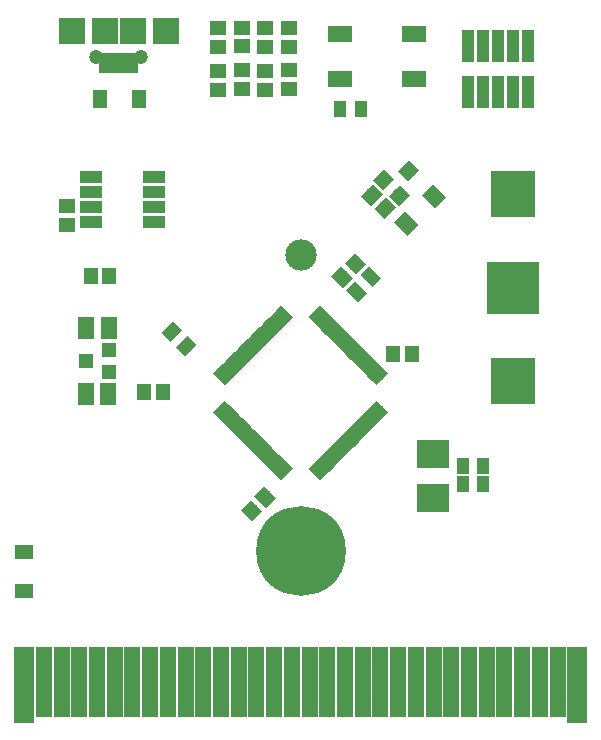
<source format=gts>
G04 #@! TF.GenerationSoftware,KiCad,Pcbnew,5.0.0-rc2-dev-unknown-62522ee~64~ubuntu17.10.1*
G04 #@! TF.CreationDate,2018-05-05T21:53:19+02:00*
G04 #@! TF.ProjectId,gbcart,6762636172742E6B696361645F706362,rev?*
G04 #@! TF.SameCoordinates,Original*
G04 #@! TF.FileFunction,Soldermask,Top*
G04 #@! TF.FilePolarity,Negative*
%FSLAX46Y46*%
G04 Gerber Fmt 4.6, Leading zero omitted, Abs format (unit mm)*
G04 Created by KiCad (PCBNEW 5.0.0-rc2-dev-unknown-62522ee~64~ubuntu17.10.1) date Sat May  5 21:53:19 2018*
%MOMM*%
%LPD*%
G01*
G04 APERTURE LIST*
%ADD10R,1.070000X1.400000*%
%ADD11C,1.070000*%
%ADD12C,0.100000*%
%ADD13R,1.370000X1.900000*%
%ADD14R,1.300000X1.600000*%
%ADD15R,1.600000X1.300000*%
%ADD16R,1.700000X6.400000*%
%ADD17R,1.400000X5.900000*%
%ADD18R,2.100000X1.400000*%
%ADD19R,1.300000X1.200000*%
%ADD20C,0.650000*%
%ADD21C,2.650000*%
%ADD22C,7.600000*%
%ADD23R,1.400000X1.220000*%
%ADD24R,1.140000X2.800000*%
%ADD25R,2.800000X2.400000*%
%ADD26R,2.297380X2.297380*%
%ADD27R,0.798780X1.748740*%
%ADD28R,0.798780X1.746200*%
%ADD29C,1.197560*%
%ADD30C,1.220000*%
%ADD31R,1.220000X1.400000*%
%ADD32R,3.700000X3.900000*%
%ADD33R,4.400000X4.400000*%
%ADD34C,1.300000*%
%ADD35R,1.950000X1.000000*%
%ADD36C,1.200000*%
G04 APERTURE END LIST*
D10*
X103325000Y-47300000D03*
X105075000Y-47300000D03*
X115450000Y-79000000D03*
X113700000Y-79000000D03*
X115449999Y-77500000D03*
X113699999Y-77500000D03*
D11*
X105937436Y-61462564D03*
D12*
G36*
X106054109Y-62335841D02*
X105064159Y-61345891D01*
X105820763Y-60589287D01*
X106810713Y-61579237D01*
X106054109Y-62335841D01*
X106054109Y-62335841D01*
G37*
D11*
X104700000Y-62700000D03*
D12*
G36*
X104816673Y-63573277D02*
X103826723Y-62583327D01*
X104583327Y-61826723D01*
X105573277Y-62816673D01*
X104816673Y-63573277D01*
X104816673Y-63573277D01*
G37*
D11*
X90337436Y-67337436D03*
D12*
G36*
X91210713Y-67220763D02*
X90220763Y-68210713D01*
X89464159Y-67454109D01*
X90454109Y-66464159D01*
X91210713Y-67220763D01*
X91210713Y-67220763D01*
G37*
D11*
X89100000Y-66100000D03*
D12*
G36*
X89973277Y-65983327D02*
X88983327Y-66973277D01*
X88226723Y-66216673D01*
X89216673Y-65226723D01*
X89973277Y-65983327D01*
X89973277Y-65983327D01*
G37*
D13*
X81790000Y-71400000D03*
X83700000Y-71400000D03*
X81845000Y-65800000D03*
X83755000Y-65800000D03*
D14*
X86300000Y-46400000D03*
X83000000Y-46400000D03*
D15*
X76600000Y-84750000D03*
X76600000Y-88050000D03*
D16*
X123400000Y-96000000D03*
D17*
X121750000Y-95750000D03*
X120250000Y-95750000D03*
X118750000Y-95750000D03*
X117250000Y-95750000D03*
X115750000Y-95750000D03*
X114250000Y-95750000D03*
X112750000Y-95750000D03*
X111250000Y-95750000D03*
X109750000Y-95750000D03*
X108250000Y-95750000D03*
X106750000Y-95750000D03*
X105250000Y-95750000D03*
X103750000Y-95750000D03*
X102250000Y-95750000D03*
X100750000Y-95750000D03*
X99250000Y-95750000D03*
X97750000Y-95750000D03*
X96250000Y-95750000D03*
X94750000Y-95750000D03*
X93250000Y-95750000D03*
X91750000Y-95750000D03*
X90250000Y-95750000D03*
X88750000Y-95750000D03*
X87250000Y-95750000D03*
X85750000Y-95750000D03*
X84250000Y-95750000D03*
X82750000Y-95750000D03*
X81250000Y-95750000D03*
X79750000Y-95750000D03*
D16*
X76600000Y-96000000D03*
D17*
X78250000Y-95750000D03*
D18*
X103300000Y-40900000D03*
X109600000Y-40900000D03*
X103300000Y-44700000D03*
X109600000Y-44700000D03*
D19*
X83800000Y-69550000D03*
X83800000Y-67650000D03*
X81800000Y-68600000D03*
D20*
X101378858Y-77982159D03*
D12*
G36*
X102103642Y-78247324D02*
X101644023Y-78706943D01*
X100654074Y-77716994D01*
X101113693Y-77257375D01*
X102103642Y-78247324D01*
X102103642Y-78247324D01*
G37*
D20*
X101732412Y-77628606D03*
D12*
G36*
X102457196Y-77893771D02*
X101997577Y-78353390D01*
X101007628Y-77363441D01*
X101467247Y-76903822D01*
X102457196Y-77893771D01*
X102457196Y-77893771D01*
G37*
D20*
X102085965Y-77275052D03*
D12*
G36*
X102810749Y-77540217D02*
X102351130Y-77999836D01*
X101361181Y-77009887D01*
X101820800Y-76550268D01*
X102810749Y-77540217D01*
X102810749Y-77540217D01*
G37*
D20*
X102439518Y-76921499D03*
D12*
G36*
X103164302Y-77186664D02*
X102704683Y-77646283D01*
X101714734Y-76656334D01*
X102174353Y-76196715D01*
X103164302Y-77186664D01*
X103164302Y-77186664D01*
G37*
D20*
X102793072Y-76567946D03*
D12*
G36*
X103517856Y-76833111D02*
X103058237Y-77292730D01*
X102068288Y-76302781D01*
X102527907Y-75843162D01*
X103517856Y-76833111D01*
X103517856Y-76833111D01*
G37*
D20*
X103146625Y-76214392D03*
D12*
G36*
X103871409Y-76479557D02*
X103411790Y-76939176D01*
X102421841Y-75949227D01*
X102881460Y-75489608D01*
X103871409Y-76479557D01*
X103871409Y-76479557D01*
G37*
D20*
X103500179Y-75860839D03*
D12*
G36*
X104224963Y-76126004D02*
X103765344Y-76585623D01*
X102775395Y-75595674D01*
X103235014Y-75136055D01*
X104224963Y-76126004D01*
X104224963Y-76126004D01*
G37*
D20*
X103853732Y-75507285D03*
D12*
G36*
X104578516Y-75772450D02*
X104118897Y-76232069D01*
X103128948Y-75242120D01*
X103588567Y-74782501D01*
X104578516Y-75772450D01*
X104578516Y-75772450D01*
G37*
D20*
X104207285Y-75153732D03*
D12*
G36*
X104932069Y-75418897D02*
X104472450Y-75878516D01*
X103482501Y-74888567D01*
X103942120Y-74428948D01*
X104932069Y-75418897D01*
X104932069Y-75418897D01*
G37*
D20*
X104560839Y-74800179D03*
D12*
G36*
X105285623Y-75065344D02*
X104826004Y-75524963D01*
X103836055Y-74535014D01*
X104295674Y-74075395D01*
X105285623Y-75065344D01*
X105285623Y-75065344D01*
G37*
D20*
X104914392Y-74446625D03*
D12*
G36*
X105639176Y-74711790D02*
X105179557Y-75171409D01*
X104189608Y-74181460D01*
X104649227Y-73721841D01*
X105639176Y-74711790D01*
X105639176Y-74711790D01*
G37*
D20*
X105267946Y-74093072D03*
D12*
G36*
X105992730Y-74358237D02*
X105533111Y-74817856D01*
X104543162Y-73827907D01*
X105002781Y-73368288D01*
X105992730Y-74358237D01*
X105992730Y-74358237D01*
G37*
D20*
X105621499Y-73739518D03*
D12*
G36*
X106346283Y-74004683D02*
X105886664Y-74464302D01*
X104896715Y-73474353D01*
X105356334Y-73014734D01*
X106346283Y-74004683D01*
X106346283Y-74004683D01*
G37*
D20*
X105975052Y-73385965D03*
D12*
G36*
X106699836Y-73651130D02*
X106240217Y-74110749D01*
X105250268Y-73120800D01*
X105709887Y-72661181D01*
X106699836Y-73651130D01*
X106699836Y-73651130D01*
G37*
D20*
X106328606Y-73032412D03*
D12*
G36*
X107053390Y-73297577D02*
X106593771Y-73757196D01*
X105603822Y-72767247D01*
X106063441Y-72307628D01*
X107053390Y-73297577D01*
X107053390Y-73297577D01*
G37*
D20*
X106682159Y-72678858D03*
D12*
G36*
X107406943Y-72944023D02*
X106947324Y-73403642D01*
X105957375Y-72413693D01*
X106416994Y-71954074D01*
X107406943Y-72944023D01*
X107406943Y-72944023D01*
G37*
D20*
X106682159Y-69921142D03*
D12*
G36*
X106947324Y-69196358D02*
X107406943Y-69655977D01*
X106416994Y-70645926D01*
X105957375Y-70186307D01*
X106947324Y-69196358D01*
X106947324Y-69196358D01*
G37*
D20*
X106328606Y-69567588D03*
D12*
G36*
X106593771Y-68842804D02*
X107053390Y-69302423D01*
X106063441Y-70292372D01*
X105603822Y-69832753D01*
X106593771Y-68842804D01*
X106593771Y-68842804D01*
G37*
D20*
X105975052Y-69214035D03*
D12*
G36*
X106240217Y-68489251D02*
X106699836Y-68948870D01*
X105709887Y-69938819D01*
X105250268Y-69479200D01*
X106240217Y-68489251D01*
X106240217Y-68489251D01*
G37*
D20*
X105621499Y-68860482D03*
D12*
G36*
X105886664Y-68135698D02*
X106346283Y-68595317D01*
X105356334Y-69585266D01*
X104896715Y-69125647D01*
X105886664Y-68135698D01*
X105886664Y-68135698D01*
G37*
D20*
X105267946Y-68506928D03*
D12*
G36*
X105533111Y-67782144D02*
X105992730Y-68241763D01*
X105002781Y-69231712D01*
X104543162Y-68772093D01*
X105533111Y-67782144D01*
X105533111Y-67782144D01*
G37*
D20*
X104914392Y-68153375D03*
D12*
G36*
X105179557Y-67428591D02*
X105639176Y-67888210D01*
X104649227Y-68878159D01*
X104189608Y-68418540D01*
X105179557Y-67428591D01*
X105179557Y-67428591D01*
G37*
D20*
X104560839Y-67799821D03*
D12*
G36*
X104826004Y-67075037D02*
X105285623Y-67534656D01*
X104295674Y-68524605D01*
X103836055Y-68064986D01*
X104826004Y-67075037D01*
X104826004Y-67075037D01*
G37*
D20*
X104207285Y-67446268D03*
D12*
G36*
X104472450Y-66721484D02*
X104932069Y-67181103D01*
X103942120Y-68171052D01*
X103482501Y-67711433D01*
X104472450Y-66721484D01*
X104472450Y-66721484D01*
G37*
D20*
X103853732Y-67092715D03*
D12*
G36*
X104118897Y-66367931D02*
X104578516Y-66827550D01*
X103588567Y-67817499D01*
X103128948Y-67357880D01*
X104118897Y-66367931D01*
X104118897Y-66367931D01*
G37*
D20*
X103500179Y-66739161D03*
D12*
G36*
X103765344Y-66014377D02*
X104224963Y-66473996D01*
X103235014Y-67463945D01*
X102775395Y-67004326D01*
X103765344Y-66014377D01*
X103765344Y-66014377D01*
G37*
D20*
X103146625Y-66385608D03*
D12*
G36*
X103411790Y-65660824D02*
X103871409Y-66120443D01*
X102881460Y-67110392D01*
X102421841Y-66650773D01*
X103411790Y-65660824D01*
X103411790Y-65660824D01*
G37*
D20*
X102793072Y-66032054D03*
D12*
G36*
X103058237Y-65307270D02*
X103517856Y-65766889D01*
X102527907Y-66756838D01*
X102068288Y-66297219D01*
X103058237Y-65307270D01*
X103058237Y-65307270D01*
G37*
D20*
X102439518Y-65678501D03*
D12*
G36*
X102704683Y-64953717D02*
X103164302Y-65413336D01*
X102174353Y-66403285D01*
X101714734Y-65943666D01*
X102704683Y-64953717D01*
X102704683Y-64953717D01*
G37*
D20*
X102085965Y-65324948D03*
D12*
G36*
X102351130Y-64600164D02*
X102810749Y-65059783D01*
X101820800Y-66049732D01*
X101361181Y-65590113D01*
X102351130Y-64600164D01*
X102351130Y-64600164D01*
G37*
D20*
X101732412Y-64971394D03*
D12*
G36*
X101997577Y-64246610D02*
X102457196Y-64706229D01*
X101467247Y-65696178D01*
X101007628Y-65236559D01*
X101997577Y-64246610D01*
X101997577Y-64246610D01*
G37*
D20*
X101378858Y-64617841D03*
D12*
G36*
X101644023Y-63893057D02*
X102103642Y-64352676D01*
X101113693Y-65342625D01*
X100654074Y-64883006D01*
X101644023Y-63893057D01*
X101644023Y-63893057D01*
G37*
D20*
X98621142Y-64617841D03*
D12*
G36*
X99345926Y-64883006D02*
X98886307Y-65342625D01*
X97896358Y-64352676D01*
X98355977Y-63893057D01*
X99345926Y-64883006D01*
X99345926Y-64883006D01*
G37*
D20*
X98267588Y-64971394D03*
D12*
G36*
X98992372Y-65236559D02*
X98532753Y-65696178D01*
X97542804Y-64706229D01*
X98002423Y-64246610D01*
X98992372Y-65236559D01*
X98992372Y-65236559D01*
G37*
D20*
X97914035Y-65324948D03*
D12*
G36*
X98638819Y-65590113D02*
X98179200Y-66049732D01*
X97189251Y-65059783D01*
X97648870Y-64600164D01*
X98638819Y-65590113D01*
X98638819Y-65590113D01*
G37*
D20*
X97560482Y-65678501D03*
D12*
G36*
X98285266Y-65943666D02*
X97825647Y-66403285D01*
X96835698Y-65413336D01*
X97295317Y-64953717D01*
X98285266Y-65943666D01*
X98285266Y-65943666D01*
G37*
D20*
X97206928Y-66032054D03*
D12*
G36*
X97931712Y-66297219D02*
X97472093Y-66756838D01*
X96482144Y-65766889D01*
X96941763Y-65307270D01*
X97931712Y-66297219D01*
X97931712Y-66297219D01*
G37*
D20*
X96853375Y-66385608D03*
D12*
G36*
X97578159Y-66650773D02*
X97118540Y-67110392D01*
X96128591Y-66120443D01*
X96588210Y-65660824D01*
X97578159Y-66650773D01*
X97578159Y-66650773D01*
G37*
D20*
X96499821Y-66739161D03*
D12*
G36*
X97224605Y-67004326D02*
X96764986Y-67463945D01*
X95775037Y-66473996D01*
X96234656Y-66014377D01*
X97224605Y-67004326D01*
X97224605Y-67004326D01*
G37*
D20*
X96146268Y-67092715D03*
D12*
G36*
X96871052Y-67357880D02*
X96411433Y-67817499D01*
X95421484Y-66827550D01*
X95881103Y-66367931D01*
X96871052Y-67357880D01*
X96871052Y-67357880D01*
G37*
D20*
X95792715Y-67446268D03*
D12*
G36*
X96517499Y-67711433D02*
X96057880Y-68171052D01*
X95067931Y-67181103D01*
X95527550Y-66721484D01*
X96517499Y-67711433D01*
X96517499Y-67711433D01*
G37*
D20*
X95439161Y-67799821D03*
D12*
G36*
X96163945Y-68064986D02*
X95704326Y-68524605D01*
X94714377Y-67534656D01*
X95173996Y-67075037D01*
X96163945Y-68064986D01*
X96163945Y-68064986D01*
G37*
D20*
X95085608Y-68153375D03*
D12*
G36*
X95810392Y-68418540D02*
X95350773Y-68878159D01*
X94360824Y-67888210D01*
X94820443Y-67428591D01*
X95810392Y-68418540D01*
X95810392Y-68418540D01*
G37*
D20*
X94732054Y-68506928D03*
D12*
G36*
X95456838Y-68772093D02*
X94997219Y-69231712D01*
X94007270Y-68241763D01*
X94466889Y-67782144D01*
X95456838Y-68772093D01*
X95456838Y-68772093D01*
G37*
D20*
X94378501Y-68860482D03*
D12*
G36*
X95103285Y-69125647D02*
X94643666Y-69585266D01*
X93653717Y-68595317D01*
X94113336Y-68135698D01*
X95103285Y-69125647D01*
X95103285Y-69125647D01*
G37*
D20*
X94024948Y-69214035D03*
D12*
G36*
X94749732Y-69479200D02*
X94290113Y-69938819D01*
X93300164Y-68948870D01*
X93759783Y-68489251D01*
X94749732Y-69479200D01*
X94749732Y-69479200D01*
G37*
D20*
X93671394Y-69567588D03*
D12*
G36*
X94396178Y-69832753D02*
X93936559Y-70292372D01*
X92946610Y-69302423D01*
X93406229Y-68842804D01*
X94396178Y-69832753D01*
X94396178Y-69832753D01*
G37*
D20*
X93317841Y-69921142D03*
D12*
G36*
X94042625Y-70186307D02*
X93583006Y-70645926D01*
X92593057Y-69655977D01*
X93052676Y-69196358D01*
X94042625Y-70186307D01*
X94042625Y-70186307D01*
G37*
D20*
X93317841Y-72678858D03*
D12*
G36*
X93583006Y-71954074D02*
X94042625Y-72413693D01*
X93052676Y-73403642D01*
X92593057Y-72944023D01*
X93583006Y-71954074D01*
X93583006Y-71954074D01*
G37*
D20*
X93671394Y-73032412D03*
D12*
G36*
X93936559Y-72307628D02*
X94396178Y-72767247D01*
X93406229Y-73757196D01*
X92946610Y-73297577D01*
X93936559Y-72307628D01*
X93936559Y-72307628D01*
G37*
D20*
X94024948Y-73385965D03*
D12*
G36*
X94290113Y-72661181D02*
X94749732Y-73120800D01*
X93759783Y-74110749D01*
X93300164Y-73651130D01*
X94290113Y-72661181D01*
X94290113Y-72661181D01*
G37*
D20*
X94378501Y-73739518D03*
D12*
G36*
X94643666Y-73014734D02*
X95103285Y-73474353D01*
X94113336Y-74464302D01*
X93653717Y-74004683D01*
X94643666Y-73014734D01*
X94643666Y-73014734D01*
G37*
D20*
X94732054Y-74093072D03*
D12*
G36*
X94997219Y-73368288D02*
X95456838Y-73827907D01*
X94466889Y-74817856D01*
X94007270Y-74358237D01*
X94997219Y-73368288D01*
X94997219Y-73368288D01*
G37*
D20*
X95085608Y-74446625D03*
D12*
G36*
X95350773Y-73721841D02*
X95810392Y-74181460D01*
X94820443Y-75171409D01*
X94360824Y-74711790D01*
X95350773Y-73721841D01*
X95350773Y-73721841D01*
G37*
D20*
X95439161Y-74800179D03*
D12*
G36*
X95704326Y-74075395D02*
X96163945Y-74535014D01*
X95173996Y-75524963D01*
X94714377Y-75065344D01*
X95704326Y-74075395D01*
X95704326Y-74075395D01*
G37*
D20*
X95792715Y-75153732D03*
D12*
G36*
X96057880Y-74428948D02*
X96517499Y-74888567D01*
X95527550Y-75878516D01*
X95067931Y-75418897D01*
X96057880Y-74428948D01*
X96057880Y-74428948D01*
G37*
D20*
X96146268Y-75507285D03*
D12*
G36*
X96411433Y-74782501D02*
X96871052Y-75242120D01*
X95881103Y-76232069D01*
X95421484Y-75772450D01*
X96411433Y-74782501D01*
X96411433Y-74782501D01*
G37*
D20*
X96499821Y-75860839D03*
D12*
G36*
X96764986Y-75136055D02*
X97224605Y-75595674D01*
X96234656Y-76585623D01*
X95775037Y-76126004D01*
X96764986Y-75136055D01*
X96764986Y-75136055D01*
G37*
D20*
X96853375Y-76214392D03*
D12*
G36*
X97118540Y-75489608D02*
X97578159Y-75949227D01*
X96588210Y-76939176D01*
X96128591Y-76479557D01*
X97118540Y-75489608D01*
X97118540Y-75489608D01*
G37*
D20*
X97206928Y-76567946D03*
D12*
G36*
X97472093Y-75843162D02*
X97931712Y-76302781D01*
X96941763Y-77292730D01*
X96482144Y-76833111D01*
X97472093Y-75843162D01*
X97472093Y-75843162D01*
G37*
D20*
X97560482Y-76921499D03*
D12*
G36*
X97825647Y-76196715D02*
X98285266Y-76656334D01*
X97295317Y-77646283D01*
X96835698Y-77186664D01*
X97825647Y-76196715D01*
X97825647Y-76196715D01*
G37*
D20*
X97914035Y-77275052D03*
D12*
G36*
X98179200Y-76550268D02*
X98638819Y-77009887D01*
X97648870Y-77999836D01*
X97189251Y-77540217D01*
X98179200Y-76550268D01*
X98179200Y-76550268D01*
G37*
D20*
X98267588Y-77628606D03*
D12*
G36*
X98532753Y-76903822D02*
X98992372Y-77363441D01*
X98002423Y-78353390D01*
X97542804Y-77893771D01*
X98532753Y-76903822D01*
X98532753Y-76903822D01*
G37*
D20*
X98621142Y-77982159D03*
D12*
G36*
X98886307Y-77257375D02*
X99345926Y-77716994D01*
X98355977Y-78706943D01*
X97896358Y-78247324D01*
X98886307Y-77257375D01*
X98886307Y-77257375D01*
G37*
D21*
X100000000Y-59650000D03*
D22*
X100000000Y-84650000D03*
D23*
X93000000Y-40400000D03*
X93000000Y-42000000D03*
X95006256Y-41973514D03*
X95006256Y-40373514D03*
X97000000Y-40400000D03*
X97000000Y-42000000D03*
X99000000Y-42000000D03*
X99000000Y-40400000D03*
D24*
X119270000Y-41900000D03*
X119270000Y-45800000D03*
X118000000Y-41900000D03*
X118000000Y-45800000D03*
X116730000Y-41900000D03*
X116730000Y-45800000D03*
X115460000Y-41900000D03*
X115460000Y-45800000D03*
X114190000Y-41900000D03*
X114190000Y-45800000D03*
D23*
X93000000Y-44021832D03*
X93000000Y-45621832D03*
X95000000Y-45600000D03*
X95000000Y-44000000D03*
X97000000Y-45621832D03*
X97000000Y-44021832D03*
X99000000Y-44000000D03*
X99000000Y-45600000D03*
D25*
X111200000Y-80200000D03*
X111200000Y-76500000D03*
D26*
X85798880Y-40700000D03*
X83401120Y-40700000D03*
X80650300Y-40700000D03*
X88549700Y-40700000D03*
D27*
X85900480Y-43374620D03*
D28*
X85247700Y-43374620D03*
X84600000Y-43374620D03*
X83952300Y-43374620D03*
X83299520Y-43374620D03*
D29*
X82702620Y-42846300D03*
X86499920Y-42848840D03*
D30*
X96965685Y-80134315D03*
D12*
G36*
X96902045Y-79208005D02*
X97891995Y-80197955D01*
X97029325Y-81060625D01*
X96039375Y-80070675D01*
X96902045Y-79208005D01*
X96902045Y-79208005D01*
G37*
D30*
X95834315Y-81265685D03*
D12*
G36*
X95770675Y-80339375D02*
X96760625Y-81329325D01*
X95897955Y-82191995D01*
X94908005Y-81202045D01*
X95770675Y-80339375D01*
X95770675Y-80339375D01*
G37*
D30*
X103500000Y-61500000D03*
D12*
G36*
X103563640Y-62426310D02*
X102573690Y-61436360D01*
X103436360Y-60573690D01*
X104426310Y-61563640D01*
X103563640Y-62426310D01*
X103563640Y-62426310D01*
G37*
D30*
X104631370Y-60368630D03*
D12*
G36*
X104695010Y-61294940D02*
X103705060Y-60304990D01*
X104567730Y-59442320D01*
X105557680Y-60432270D01*
X104695010Y-61294940D01*
X104695010Y-61294940D01*
G37*
D31*
X109400000Y-68000000D03*
X107800000Y-68000000D03*
D32*
X118000000Y-70300000D03*
X118000000Y-54500000D03*
D33*
X118000000Y-62400000D03*
D34*
X108933274Y-56966726D03*
D12*
G36*
X109039340Y-57992031D02*
X107907969Y-56860660D01*
X108827208Y-55941421D01*
X109958579Y-57072792D01*
X109039340Y-57992031D01*
X109039340Y-57992031D01*
G37*
D34*
X111266726Y-54633274D03*
D12*
G36*
X111372792Y-55658579D02*
X110241421Y-54527208D01*
X111160660Y-53607969D01*
X112292031Y-54739340D01*
X111372792Y-55658579D01*
X111372792Y-55658579D01*
G37*
D31*
X82200000Y-61400000D03*
X83800000Y-61400000D03*
D23*
X80200000Y-57100000D03*
X80200000Y-55500000D03*
D35*
X82200000Y-52995000D03*
X82200000Y-54265000D03*
X82200000Y-55535000D03*
X82200000Y-56805000D03*
X87600000Y-56805000D03*
X87600000Y-55535000D03*
X87600000Y-54265000D03*
X87600000Y-52995000D03*
D36*
X107014035Y-53242462D03*
D12*
G36*
X106978680Y-54126345D02*
X106130152Y-53277817D01*
X107049390Y-52358579D01*
X107897918Y-53207107D01*
X106978680Y-54126345D01*
X106978680Y-54126345D01*
G37*
D36*
X108357538Y-54585965D03*
D12*
G36*
X108322183Y-55469848D02*
X107473655Y-54621320D01*
X108392893Y-53702082D01*
X109241421Y-54550610D01*
X108322183Y-55469848D01*
X108322183Y-55469848D01*
G37*
D36*
X109100000Y-52500000D03*
D12*
G36*
X109064645Y-53383883D02*
X108216117Y-52535355D01*
X109135355Y-51616117D01*
X109983883Y-52464645D01*
X109064645Y-53383883D01*
X109064645Y-53383883D01*
G37*
D30*
X106034315Y-54534315D03*
D12*
G36*
X105108005Y-54597955D02*
X106097955Y-53608005D01*
X106960625Y-54470675D01*
X105970675Y-55460625D01*
X105108005Y-54597955D01*
X105108005Y-54597955D01*
G37*
D30*
X107165685Y-55665685D03*
D12*
G36*
X106239375Y-55729325D02*
X107229325Y-54739375D01*
X108091995Y-55602045D01*
X107102045Y-56591995D01*
X106239375Y-55729325D01*
X106239375Y-55729325D01*
G37*
D31*
X88300000Y-71200000D03*
X86700000Y-71200000D03*
M02*

</source>
